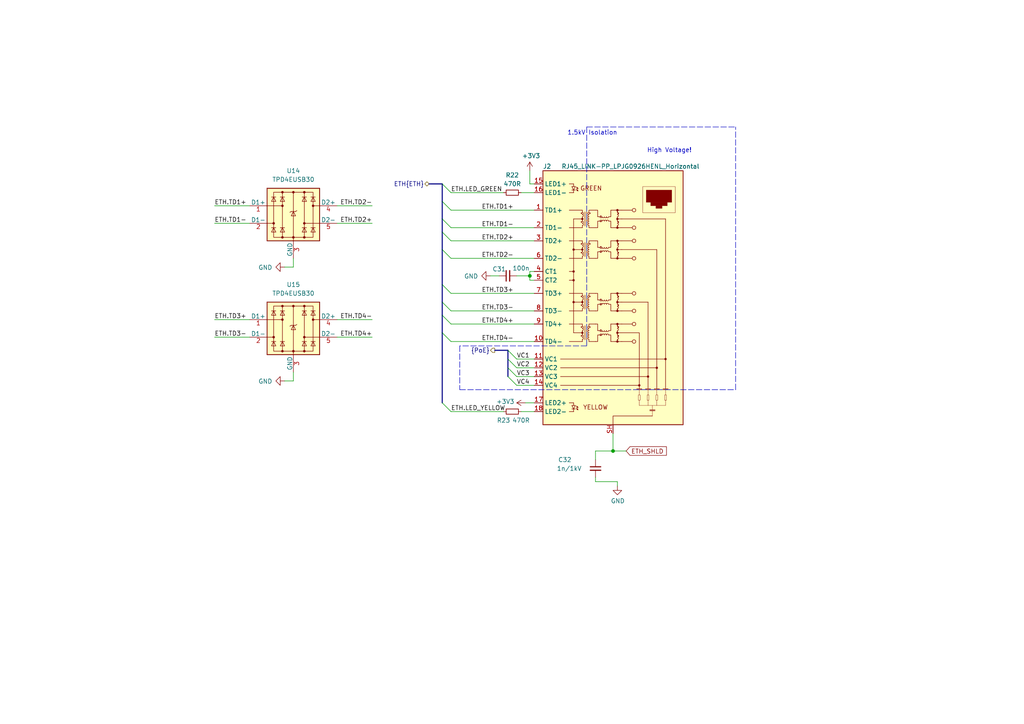
<source format=kicad_sch>
(kicad_sch (version 20230121) (generator eeschema)
  (paper "A4")
  (title_block (title "Ethernet") (date "2022-11-06") (rev "1.3b") (company "Nabu Casa") (comment 1 "www.nabucasa.com") (comment 2 "Yellow"))
  (lib_symbols
    (symbol "Device:C_Small" (pin_numbers hide) (pin_names (offset 0.254) hide)
      (property "Reference" "C" (at 0.254 1.778 0))
      (property "Value" "C_Small" (at 0.254 -2.032 0))
      (symbol "C_Small_0_1"
        (polyline (pts (xy -1.524 -0.508) (xy 1.524 -0.508)) (stroke (width 0.3302)))
        (polyline (pts (xy -1.524 0.508) (xy 1.524 0.508)) (stroke (width 0.3048)))
      )
      (symbol "C_Small_1_1"
        (pin passive line (at 0 2.54 270) (length 2.032) (name "~") (number "1"))
        (pin passive line (at 0 -2.54 90) (length 2.032) (name "~") (number "2"))
      )
    )
    (symbol "Device:R_Small" (pin_numbers hide) (pin_names (offset 0.254) hide)
      (property "Reference" "R" (at 0.762 0.508 0))
      (property "Value" "R_Small" (at 0.762 -1.016 0))
      (symbol "R_Small_0_1"
        (rectangle (start -0.762 1.778) (end 0.762 -1.778) (stroke (width 0.2032)))
      )
      (symbol "R_Small_1_1"
        (pin passive line (at 0 2.54 270) (length 0.762) (name "~") (number "1"))
        (pin passive line (at 0 -2.54 90) (length 0.762) (name "~") (number "2"))
      )
    )
    (symbol "Power_Protection:TPD4EUSB30_1" (pin_names (offset 0))
      (property "Reference" "U" (at -0.635 8.89 0))
      (property "Value" "TPD4EUSB30" (at 8.89 -10.16 0))
      (symbol "TPD4EUSB30_1_0_0"
        (rectangle (start -5.715 6.477) (end 5.715 -6.604))
        (polyline (pts (xy -3.175 -6.604) (xy -3.175 6.477)))
        (polyline (pts (xy 0 6.477) (xy 0 -6.604)))
        (polyline (pts (xy 3.175 6.477) (xy 3.175 -6.604)))
      )
      (symbol "TPD4EUSB30_1_0_1"
        (rectangle (start -7.62 7.62) (end 7.62 -7.62) (stroke (width 0.254)) (fill (type background)))
        (circle (center -5.715 -2.54) (radius 0.2794) (fill (type outline)))
        (circle (center -3.175 -6.604) (radius 0.2794) (fill (type outline)))
        (circle (center -3.175 2.54) (radius 0.2794) (fill (type outline)))
        (circle (center -3.175 6.477) (radius 0.2794) (fill (type outline)))
        (circle (center 0 -6.604) (radius 0.2794) (fill (type outline)))
        (polyline (pts (xy -7.747 2.54) (xy -3.175 2.54)))
        (polyline (pts (xy -7.62 -2.54) (xy -5.715 -2.54)))
        (polyline (pts (xy -5.08 -3.81) (xy -6.35 -3.81)))
        (polyline (pts (xy -5.08 5.08) (xy -6.35 5.08)))
        (polyline (pts (xy -2.54 -3.81) (xy -3.81 -3.81)))
        (polyline (pts (xy -2.54 5.08) (xy -3.81 5.08)))
        (polyline (pts (xy -0.635 0.889) (xy -1.016 0.635)))
        (polyline (pts (xy 0 -6.604) (xy 0 -7.62)))
        (polyline (pts (xy 0.635 0.889) (xy -0.635 0.889)))
        (polyline (pts (xy 0.635 0.889) (xy 1.016 1.143)))
        (polyline (pts (xy 3.81 -3.81) (xy 2.54 -3.81)))
        (polyline (pts (xy 3.81 5.08) (xy 2.54 5.08)))
        (polyline (pts (xy 6.35 -3.81) (xy 5.08 -3.81)))
        (polyline (pts (xy 6.35 5.08) (xy 5.08 5.08)))
        (polyline (pts (xy 7.62 -2.54) (xy 3.175 -2.54)))
        (polyline (pts (xy 7.62 2.54) (xy 5.715 2.54)))
        (polyline (pts (xy -5.08 -5.08) (xy -6.35 -5.08) (xy -5.715 -3.81) (xy -5.08 -5.08)))
        (polyline (pts (xy -5.08 3.81) (xy -6.35 3.81) (xy -5.715 5.08) (xy -5.08 3.81)))
        (polyline (pts (xy -2.54 -5.08) (xy -3.81 -5.08) (xy -3.175 -3.81) (xy -2.54 -5.08)))
        (polyline (pts (xy -2.54 3.81) (xy -3.81 3.81) (xy -3.175 5.08) (xy -2.54 3.81)))
        (polyline (pts (xy 0.635 -0.381) (xy -0.635 -0.381) (xy 0 0.889) (xy 0.635 -0.381)))
        (polyline (pts (xy 3.81 -5.08) (xy 2.54 -5.08) (xy 3.175 -3.81) (xy 3.81 -5.08)))
        (polyline (pts (xy 3.81 3.81) (xy 2.54 3.81) (xy 3.175 5.08) (xy 3.81 3.81)))
        (polyline (pts (xy 6.35 -5.08) (xy 5.08 -5.08) (xy 5.715 -3.81) (xy 6.35 -5.08)))
        (polyline (pts (xy 6.35 3.81) (xy 5.08 3.81) (xy 5.715 5.08) (xy 6.35 3.81)))
        (circle (center 0 6.477) (radius 0.2794) (fill (type outline)))
        (circle (center 3.175 -6.604) (radius 0.2794) (fill (type outline)))
        (circle (center 3.175 -2.54) (radius 0.2794) (fill (type outline)))
        (circle (center 3.175 6.477) (radius 0.2794) (fill (type outline)))
        (circle (center 5.715 2.54) (radius 0.2794) (fill (type outline)))
      )
      (symbol "TPD4EUSB30_1_1_1"
        (pin passive line (at -12.7 2.54 0) (length 5.08) (name "D1+") (number "1"))
        (pin passive line (at -12.7 2.54 0) (length 5.08) hide (name "D1+") (number "10"))
        (pin passive line (at -12.7 -2.54 0) (length 5.08) (name "D1-") (number "2"))
        (pin power_in line (at 0 -12.7 90) (length 5.08) (name "GND") (number "3"))
        (pin passive line (at 12.7 2.54 180) (length 5.08) (name "D2+") (number "4"))
        (pin passive line (at 12.7 -2.54 180) (length 5.08) (name "D2-") (number "5"))
        (pin passive line (at 12.7 -2.54 180) (length 5.08) hide (name "D2-") (number "6"))
        (pin passive line (at 12.7 2.54 180) (length 5.08) hide (name "D2+") (number "7"))
        (pin passive line (at 0 -12.7 90) (length 5.08) hide (name "GND") (number "8"))
        (pin passive line (at -12.7 -2.54 0) (length 5.08) hide (name "D1-") (number "9"))
      )
    )
    (symbol "Yellow:RJ45_LINK-PP_LPJG0926HENL_Horizontal"
      (property "Reference" "J" (at -20.32 38.1 0))
      (property "Value" "RJ45_LINK-PP_LPJG0926HENL_Horizontal" (at 5.08 38.1 0))
      (symbol "RJ45_LINK-PP_LPJG0926HENL_Horizontal_0_0"
        (polyline (pts (xy 7.62 -31.242) (xy 15.24 -31.242)) (stroke (width 0.0005)))
        (polyline (pts (xy 7.62 -29.718) (xy 7.62 -31.242)) (stroke (width 0.0005)))
        (polyline (pts (xy 7.62 -26.67) (xy 7.62 -28.194)) (stroke (width 0.0005)))
        (polyline (pts (xy 10.16 -29.718) (xy 10.16 -31.242)) (stroke (width 0.0005)))
        (polyline (pts (xy 10.16 -26.67) (xy 10.16 -28.194)) (stroke (width 0.0005)))
        (polyline (pts (xy 11.43 -34.29) (xy 11.43 -32.766)) (stroke (width 0.0005)))
        (polyline (pts (xy 11.43 -32.512) (xy 11.43 -31.242)) (stroke (width 0.0005)))
        (polyline (pts (xy 12.7 -29.718) (xy 12.7 -31.242)) (stroke (width 0.0005)))
        (polyline (pts (xy 12.7 -26.67) (xy 12.7 -28.194)) (stroke (width 0.0005)))
        (polyline (pts (xy 15.24 -29.718) (xy 15.24 -31.242)) (stroke (width 0.0005)))
        (polyline (pts (xy 15.24 -26.67) (xy 15.24 -28.194)) (stroke (width 0.0005)))
        (rectangle (start 7.366 -28.194) (end 7.874 -29.718) (stroke (width 0.0005)))
        (rectangle (start 8.636 32.258) (end 18.034 24.638) (stroke (width 0.0005)))
        (rectangle (start 9.652 31.242) (end 17.018 27.686) (stroke (width 0.0005)) (fill (type outline)))
        (rectangle (start 9.906 -28.194) (end 10.414 -29.718) (stroke (width 0.0005)))
        (rectangle (start 10.922 27.686) (end 15.748 26.67) (stroke (width 0.0005)) (fill (type outline)))
        (rectangle (start 12.446 -28.194) (end 12.954 -29.718) (stroke (width 0.0005)))
        (rectangle (start 12.446 26.67) (end 14.224 25.908) (stroke (width 0.0005)) (fill (type outline)))
        (rectangle (start 14.986 -28.194) (end 15.494 -29.718) (stroke (width 0.0005)))
        (text "GREEN" (at -6.35 31.75 0) (effects (font (size 1.27 1.27))))
        (text "YELLOW" (at -5.08 -31.75 0) (effects (font (size 1.27 1.27))))
      )
      (symbol "RJ45_LINK-PP_LPJG0926HENL_Horizontal_0_1"
        (rectangle (start -20.32 36.83) (end 20.32 -36.83) (stroke (width 0.254)) (fill (type background)))
        (circle (center -11.43 -1.27) (radius 0.254) (fill (type outline)))
        (circle (center -11.43 5.08) (radius 0.254) (fill (type outline)))
        (circle (center -11.43 7.62) (radius 0.254) (fill (type outline)))
        (circle (center -11.43 13.97) (radius 0.254) (fill (type outline)))
        (circle (center -9.144 -11.049) (radius 0.127) (fill (type outline)))
        (circle (center -9.144 -8.509) (radius 0.127) (fill (type outline)))
        (circle (center -9.144 -2.159) (radius 0.127) (fill (type outline)))
        (circle (center -9.144 0.381) (radius 0.127) (fill (type outline)))
        (circle (center -9.144 13.081) (radius 0.127) (fill (type outline)))
        (circle (center -9.144 15.621) (radius 0.127) (fill (type outline)))
        (circle (center -9.144 21.971) (radius 0.127) (fill (type outline)))
        (circle (center -9.144 24.511) (radius 0.127) (fill (type outline)))
        (arc (start -8.89 -12.065) (mid -8.5849 -11.7475) (end -8.89 -11.43))
        (arc (start -8.89 -11.43) (mid -8.5849 -11.1125) (end -8.89 -10.795))
        (circle (center -8.89 -10.16) (radius 0.254) (fill (type outline)))
        (arc (start -8.89 -9.525) (mid -8.5849 -9.2075) (end -8.89 -8.89))
        (arc (start -8.89 -8.89) (mid -8.5849 -8.5725) (end -8.89 -8.255))
        (arc (start -8.89 -3.175) (mid -8.5849 -2.8575) (end -8.89 -2.54))
        (arc (start -8.89 -2.54) (mid -8.5849 -2.2225) (end -8.89 -1.905))
        (circle (center -8.89 -1.27) (radius 0.254) (fill (type outline)))
        (arc (start -8.89 -0.635) (mid -8.5849 -0.3175) (end -8.89 0))
        (arc (start -8.89 0) (mid -8.5849 0.3175) (end -8.89 0.635))
        (arc (start -8.89 12.065) (mid -8.5849 12.3825) (end -8.89 12.7))
        (arc (start -8.89 12.7) (mid -8.5849 13.0175) (end -8.89 13.335))
        (circle (center -8.89 13.97) (radius 0.254) (fill (type outline)))
        (arc (start -8.89 14.605) (mid -8.5849 14.9225) (end -8.89 15.24))
        (arc (start -8.89 15.24) (mid -8.5849 15.5575) (end -8.89 15.875))
        (arc (start -8.89 20.955) (mid -8.5849 21.2725) (end -8.89 21.59))
        (arc (start -8.89 21.59) (mid -8.5849 21.9075) (end -8.89 22.225))
        (circle (center -8.89 22.86) (radius 0.254) (fill (type outline)))
        (arc (start -8.89 23.495) (mid -8.5849 23.8125) (end -8.89 24.13))
        (arc (start -8.89 24.13) (mid -8.5849 24.4475) (end -8.89 24.765))
        (arc (start -6.985 -11.43) (mid -7.2901 -11.7475) (end -6.985 -12.065))
        (arc (start -6.985 -10.795) (mid -7.2901 -11.1125) (end -6.985 -11.43))
        (arc (start -6.985 -10.16) (mid -7.2901 -10.4775) (end -6.985 -10.795))
        (arc (start -6.985 -9.525) (mid -7.2901 -9.8425) (end -6.985 -10.16))
        (arc (start -6.985 -8.89) (mid -7.2901 -9.2075) (end -6.985 -9.525))
        (arc (start -6.985 -8.255) (mid -7.2901 -8.5725) (end -6.985 -8.89))
        (arc (start -6.985 -2.54) (mid -7.2901 -2.8575) (end -6.985 -3.175))
        (arc (start -6.985 -1.905) (mid -7.2901 -2.2225) (end -6.985 -2.54))
        (arc (start -6.985 -1.27) (mid -7.2901 -1.5875) (end -6.985 -1.905))
        (arc (start -6.985 -0.635) (mid -7.2901 -0.9525) (end -6.985 -1.27))
        (arc (start -6.985 0) (mid -7.2901 -0.3175) (end -6.985 -0.635))
        (arc (start -6.985 0.635) (mid -7.2901 0.3175) (end -6.985 0))
        (arc (start -6.985 12.7) (mid -7.2901 12.3825) (end -6.985 12.065))
        (arc (start -6.985 13.335) (mid -7.2901 13.0175) (end -6.985 12.7))
        (arc (start -6.985 13.97) (mid -7.2901 13.6525) (end -6.985 13.335))
        (arc (start -6.985 14.605) (mid -7.2901 14.2875) (end -6.985 13.97))
        (arc (start -6.985 15.24) (mid -7.2901 14.9225) (end -6.985 14.605))
        (arc (start -6.985 15.875) (mid -7.2901 15.5575) (end -6.985 15.24))
        (arc (start -6.985 21.59) (mid -7.2901 21.2725) (end -6.985 20.955))
        (arc (start -6.985 22.225) (mid -7.2901 21.9075) (end -6.985 21.59))
        (arc (start -6.985 22.86) (mid -7.2901 22.5425) (end -6.985 22.225))
        (arc (start -6.985 23.495) (mid -7.2901 23.1775) (end -6.985 22.86))
        (arc (start -6.985 24.13) (mid -7.2901 23.8125) (end -6.985 23.495))
        (arc (start -6.985 24.765) (mid -7.2901 24.4475) (end -6.985 24.13))
        (circle (center -6.731 -8.509) (radius 0.127) (fill (type outline)))
        (circle (center -6.731 0.381) (radius 0.127) (fill (type outline)))
        (circle (center -6.731 15.621) (radius 0.127) (fill (type outline)))
        (circle (center -6.731 24.511) (radius 0.127) (fill (type outline)))
        (arc (start -3.81 -9.525) (mid -3.4925 -9.8301) (end -3.175 -9.525))
        (arc (start -3.81 -0.635) (mid -3.4925 -0.9401) (end -3.175 -0.635))
        (arc (start -3.81 14.605) (mid -3.4925 14.2999) (end -3.175 14.605))
        (arc (start -3.81 23.495) (mid -3.4925 23.1899) (end -3.175 23.495))
        (circle (center -3.5306 -10.8966) (radius 0.127) (fill (type outline)))
        (circle (center -3.5306 -9.3726) (radius 0.127) (fill (type outline)))
        (circle (center -3.5306 -2.0066) (radius 0.127) (fill (type outline)))
        (circle (center -3.5306 -0.4826) (radius 0.127) (fill (type outline)))
        (circle (center -3.5306 13.2334) (radius 0.127) (fill (type outline)))
        (circle (center -3.5306 14.7574) (radius 0.127) (fill (type outline)))
        (circle (center -3.5306 22.1234) (radius 0.127) (fill (type outline)))
        (circle (center -3.5306 23.6474) (radius 0.127) (fill (type outline)))
        (arc (start -3.175 -10.795) (mid -3.4925 -10.4899) (end -3.81 -10.795))
        (arc (start -3.175 -9.525) (mid -2.8575 -9.8301) (end -2.54 -9.525))
        (arc (start -3.175 -1.905) (mid -3.4925 -1.5999) (end -3.81 -1.905))
        (arc (start -3.175 -0.635) (mid -2.8575 -0.9401) (end -2.54 -0.635))
        (arc (start -3.175 13.335) (mid -3.4925 13.6401) (end -3.81 13.335))
        (arc (start -3.175 14.605) (mid -2.8575 14.2999) (end -2.54 14.605))
        (arc (start -3.175 22.225) (mid -3.4925 22.5301) (end -3.81 22.225))
        (arc (start -3.175 23.495) (mid -2.8575 23.1899) (end -2.54 23.495))
        (arc (start -2.54 -10.795) (mid -2.8575 -10.4899) (end -3.175 -10.795))
        (arc (start -2.54 -9.525) (mid -2.2225 -9.8301) (end -1.905 -9.525))
        (arc (start -2.54 -1.905) (mid -2.8575 -1.5999) (end -3.175 -1.905))
        (arc (start -2.54 -0.635) (mid -2.2225 -0.9401) (end -1.905 -0.635))
        (arc (start -2.54 13.335) (mid -2.8575 13.6401) (end -3.175 13.335))
        (arc (start -2.54 14.605) (mid -2.2225 14.2999) (end -1.905 14.605))
        (arc (start -2.54 22.225) (mid -2.8575 22.5301) (end -3.175 22.225))
        (arc (start -2.54 23.495) (mid -2.2225 23.1899) (end -1.905 23.495))
        (arc (start -1.905 -10.795) (mid -2.2225 -10.4899) (end -2.54 -10.795))
        (arc (start -1.905 -9.525) (mid -1.5875 -9.8301) (end -1.27 -9.525))
        (arc (start -1.905 -1.905) (mid -2.2225 -1.5999) (end -2.54 -1.905))
        (arc (start -1.905 -0.635) (mid -1.5875 -0.9401) (end -1.27 -0.635))
        (arc (start -1.905 13.335) (mid -2.2225 13.6401) (end -2.54 13.335))
        (arc (start -1.905 14.605) (mid -1.5875 14.2999) (end -1.27 14.605))
        (arc (start -1.905 22.225) (mid -2.2225 22.5301) (end -2.54 22.225))
        (arc (start -1.905 23.495) (mid -1.5875 23.1899) (end -1.27 23.495))
        (arc (start -1.27 -10.795) (mid -1.5875 -10.4899) (end -1.905 -10.795))
        (arc (start -1.27 -1.905) (mid -1.5875 -1.5999) (end -1.905 -1.905))
        (arc (start -1.27 13.335) (mid -1.5875 13.6401) (end -1.905 13.335))
        (arc (start -1.27 22.225) (mid -1.5875 22.5301) (end -1.905 22.225))
        (polyline (pts (xy -15.24 -25.4) (xy 7.62 -25.4)))
        (polyline (pts (xy -15.24 -22.86) (xy 10.16 -22.86)))
        (polyline (pts (xy -15.24 -20.32) (xy 12.7 -20.32)))
        (polyline (pts (xy -15.24 -17.78) (xy 15.24 -17.78)))
        (polyline (pts (xy -12.7 -12.7) (xy -8.89 -12.7)))
        (polyline (pts (xy -12.7 -7.62) (xy -8.89 -7.62)))
        (polyline (pts (xy -12.7 -3.81) (xy -8.89 -3.81)))
        (polyline (pts (xy -12.7 1.27) (xy -8.89 1.27)))
        (polyline (pts (xy -12.7 5.08) (xy -11.43 5.08)))
        (polyline (pts (xy -12.7 7.62) (xy -11.43 7.62)))
        (polyline (pts (xy -12.7 11.43) (xy -8.89 11.43)))
        (polyline (pts (xy -12.7 16.51) (xy -8.89 16.51)))
        (polyline (pts (xy -12.7 20.32) (xy -8.89 20.32)))
        (polyline (pts (xy -12.7 25.4) (xy -8.89 25.4)))
        (polyline (pts (xy -11.43 -10.16) (xy -11.43 22.86)))
        (polyline (pts (xy -11.43 -10.16) (xy -8.89 -10.16)))
        (polyline (pts (xy -11.43 -1.27) (xy -8.89 -1.27)))
        (polyline (pts (xy -11.43 13.97) (xy -8.89 13.97)))
        (polyline (pts (xy -11.43 22.86) (xy -8.89 22.86)))
        (polyline (pts (xy -8.89 -12.7) (xy -8.89 -12.065)))
        (polyline (pts (xy -8.89 -10.16) (xy -8.89 -10.795)))
        (polyline (pts (xy -8.89 -10.16) (xy -8.89 -9.525)))
        (polyline (pts (xy -8.89 -7.62) (xy -8.89 -8.255)))
        (polyline (pts (xy -8.89 -3.81) (xy -8.89 -3.175)))
        (polyline (pts (xy -8.89 -1.27) (xy -8.89 -1.905)))
        (polyline (pts (xy -8.89 -1.27) (xy -8.89 -0.635)))
        (polyline (pts (xy -8.89 1.27) (xy -8.89 0.635)))
        (polyline (pts (xy -8.89 11.43) (xy -8.89 12.065)))
        (polyline (pts (xy -8.89 13.97) (xy -8.89 13.335)))
        (polyline (pts (xy -8.89 13.97) (xy -8.89 14.605)))
        (polyline (pts (xy -8.89 16.51) (xy -8.89 15.875)))
        (polyline (pts (xy -8.89 20.32) (xy -8.89 20.955)))
        (polyline (pts (xy -8.89 22.86) (xy -8.89 22.225)))
        (polyline (pts (xy -8.89 22.86) (xy -8.89 23.495)))
        (polyline (pts (xy -8.89 25.4) (xy -8.89 24.765)))
        (polyline (pts (xy -8.128 -12.192) (xy -8.128 -8.128)))
        (polyline (pts (xy -8.128 -3.302) (xy -8.128 0.762)))
        (polyline (pts (xy -8.128 11.938) (xy -8.128 16.002)))
        (polyline (pts (xy -8.128 20.828) (xy -8.128 24.892)))
        (polyline (pts (xy -7.62 -12.192) (xy -7.62 -8.128)))
        (polyline (pts (xy -7.62 -3.302) (xy -7.62 0.762)))
        (polyline (pts (xy -7.62 11.938) (xy -7.62 16.002)))
        (polyline (pts (xy -7.62 20.828) (xy -7.62 24.892)))
        (polyline (pts (xy -4.445 -9.525) (xy -3.81 -9.525)))
        (polyline (pts (xy -4.445 -0.635) (xy -3.81 -0.635)))
        (polyline (pts (xy -4.445 14.605) (xy -3.81 14.605)))
        (polyline (pts (xy -4.445 23.495) (xy -3.81 23.495)))
        (polyline (pts (xy -0.635 -12.7) (xy 0.635 -12.7)))
        (polyline (pts (xy -0.635 -7.62) (xy 0.635 -7.62)))
        (polyline (pts (xy -0.635 -3.81) (xy 0.635 -3.81)))
        (polyline (pts (xy -0.635 1.27) (xy 0.635 1.27)))
        (polyline (pts (xy -0.635 11.43) (xy 0.635 11.43)))
        (polyline (pts (xy -0.635 16.51) (xy 0.635 16.51)))
        (polyline (pts (xy -0.635 20.32) (xy 0.635 20.32)))
        (polyline (pts (xy -0.635 25.4) (xy 0.635 25.4)))
        (polyline (pts (xy 1.27 -12.7) (xy 1.27 -12.065)))
        (polyline (pts (xy 1.27 -10.16) (xy 1.27 -10.795)))
        (polyline (pts (xy 1.27 -10.16) (xy 1.27 -9.525)))
        (polyline (pts (xy 1.27 -7.62) (xy 1.27 -8.255)))
        (polyline (pts (xy 1.27 -3.81) (xy 1.27 -3.175)))
        (polyline (pts (xy 1.27 -1.27) (xy 1.27 -1.905)))
        (polyline (pts (xy 1.27 -1.27) (xy 1.27 -0.635)))
        (polyline (pts (xy 1.27 1.27) (xy 1.27 0.635)))
        (polyline (pts (xy 1.27 11.43) (xy 1.27 12.065)))
        (polyline (pts (xy 1.27 13.97) (xy 1.27 13.335)))
        (polyline (pts (xy 1.27 13.97) (xy 1.27 14.605)))
        (polyline (pts (xy 1.27 16.51) (xy 1.27 15.875)))
        (polyline (pts (xy 1.27 20.32) (xy 1.27 20.955)))
        (polyline (pts (xy 1.27 22.86) (xy 1.27 22.225)))
        (polyline (pts (xy 1.27 22.86) (xy 1.27 23.495)))
        (polyline (pts (xy 1.27 25.4) (xy 1.27 24.765)))
        (polyline (pts (xy 2.54 -12.7) (xy 1.27 -12.7)))
        (polyline (pts (xy 2.54 -12.7) (xy 5.588 -12.7)))
        (polyline (pts (xy 2.54 -10.16) (xy 1.27 -10.16)))
        (polyline (pts (xy 2.54 -10.16) (xy 7.62 -10.16)))
        (polyline (pts (xy 2.54 -7.62) (xy 1.27 -7.62)))
        (polyline (pts (xy 2.54 -7.62) (xy 5.588 -7.62)))
        (polyline (pts (xy 2.54 -3.81) (xy 1.27 -3.81)))
        (polyline (pts (xy 2.54 -3.81) (xy 5.588 -3.81)))
        (polyline (pts (xy 2.54 -1.27) (xy 1.27 -1.27)))
        (polyline (pts (xy 2.54 -1.27) (xy 10.16 -1.27)))
        (polyline (pts (xy 2.54 1.27) (xy 1.27 1.27)))
        (polyline (pts (xy 2.54 1.27) (xy 5.588 1.27)))
        (polyline (pts (xy 2.54 11.43) (xy 1.27 11.43)))
        (polyline (pts (xy 2.54 11.43) (xy 5.588 11.43)))
        (polyline (pts (xy 2.54 13.97) (xy 1.27 13.97)))
        (polyline (pts (xy 2.54 13.97) (xy 12.7 13.97)))
        (polyline (pts (xy 2.54 16.51) (xy 1.27 16.51)))
        (polyline (pts (xy 2.54 16.51) (xy 5.588 16.51)))
        (polyline (pts (xy 2.54 20.32) (xy 1.27 20.32)))
        (polyline (pts (xy 2.54 20.32) (xy 5.588 20.32)))
        (polyline (pts (xy 2.54 22.86) (xy 1.27 22.86)))
        (polyline (pts (xy 2.54 25.4) (xy 1.27 25.4)))
        (polyline (pts (xy 2.54 25.4) (xy 5.588 25.4)))
        (polyline (pts (xy 7.62 -26.416) (xy 7.62 -10.16)))
        (polyline (pts (xy 8.382 -26.67) (xy 6.858 -26.67)))
        (polyline (pts (xy 8.382 -26.416) (xy 6.858 -26.416)))
        (polyline (pts (xy 10.16 -26.416) (xy 10.16 -1.27)))
        (polyline (pts (xy 10.922 -26.67) (xy 9.398 -26.67)))
        (polyline (pts (xy 10.922 -26.416) (xy 9.398 -26.416)))
        (polyline (pts (xy 12.192 -32.766) (xy 10.668 -32.766)))
        (polyline (pts (xy 12.192 -32.512) (xy 10.668 -32.512)))
        (polyline (pts (xy 12.7 -26.416) (xy 12.7 13.97)))
        (polyline (pts (xy 13.462 -26.67) (xy 11.938 -26.67)))
        (polyline (pts (xy 13.462 -26.416) (xy 11.938 -26.416)))
        (polyline (pts (xy 15.24 -26.416) (xy 15.24 22.86)))
        (polyline (pts (xy 15.24 22.86) (xy 2.54 22.86)))
        (polyline (pts (xy 16.002 -26.67) (xy 14.478 -26.67)))
        (polyline (pts (xy 16.002 -26.416) (xy 14.478 -26.416)))
        (polyline (pts (xy -6.985 -12.065) (xy -6.985 -12.7) (xy -5.08 -12.7)))
        (polyline (pts (xy -6.985 -8.255) (xy -6.985 -7.62) (xy -5.08 -7.62)))
        (polyline (pts (xy -6.985 -3.175) (xy -6.985 -3.81) (xy -5.08 -3.81)))
        (polyline (pts (xy -6.985 0.635) (xy -6.985 1.27) (xy -5.08 1.27)))
        (polyline (pts (xy -6.985 12.065) (xy -6.985 11.43) (xy -5.08 11.43)))
        (polyline (pts (xy -6.985 15.875) (xy -6.985 16.51) (xy -5.08 16.51)))
        (polyline (pts (xy -6.985 20.955) (xy -6.985 20.32) (xy -5.08 20.32)))
        (polyline (pts (xy -6.985 24.765) (xy -6.985 25.4) (xy -5.08 25.4)))
        (polyline (pts (xy -5.08 -7.62) (xy -4.445 -7.62) (xy -4.445 -9.525)))
        (polyline (pts (xy -5.08 1.27) (xy -4.445 1.27) (xy -4.445 -0.635)))
        (polyline (pts (xy -5.08 16.51) (xy -4.445 16.51) (xy -4.445 14.605)))
        (polyline (pts (xy -5.08 25.4) (xy -4.445 25.4) (xy -4.445 23.495)))
        (polyline (pts (xy -1.27 -10.795) (xy -0.635 -10.795) (xy -0.635 -12.7)))
        (polyline (pts (xy -1.27 -9.525) (xy -0.635 -9.525) (xy -0.635 -7.62)))
        (polyline (pts (xy -1.27 -1.905) (xy -0.635 -1.905) (xy -0.635 -3.81)))
        (polyline (pts (xy -1.27 -0.635) (xy -0.635 -0.635) (xy -0.635 1.27)))
        (polyline (pts (xy -1.27 13.335) (xy -0.635 13.335) (xy -0.635 11.43)))
        (polyline (pts (xy -1.27 14.605) (xy -0.635 14.605) (xy -0.635 16.51)))
        (polyline (pts (xy -1.27 22.225) (xy -0.635 22.225) (xy -0.635 20.32)))
        (polyline (pts (xy -1.27 23.495) (xy -0.635 23.495) (xy -0.635 25.4)))
        (polyline (pts (xy 0.635 -12.7) (xy 1.27 -12.7) (xy 1.27 -12.065)))
        (polyline (pts (xy 0.635 -7.62) (xy 1.27 -7.62) (xy 1.27 -8.255)))
        (polyline (pts (xy 0.635 -3.81) (xy 1.27 -3.81) (xy 1.27 -3.175)))
        (polyline (pts (xy 0.635 1.27) (xy 1.27 1.27) (xy 1.27 0.635)))
        (polyline (pts (xy 0.635 11.43) (xy 1.27 11.43) (xy 1.27 12.065)))
        (polyline (pts (xy 0.635 16.51) (xy 1.27 16.51) (xy 1.27 15.875)))
        (polyline (pts (xy 0.635 20.32) (xy 1.27 20.32) (xy 1.27 20.955)))
        (polyline (pts (xy 0.635 25.4) (xy 1.27 25.4) (xy 1.27 24.765)))
        (polyline (pts (xy 11.43 -34.29) (xy 0 -34.29) (xy 0 -36.83)))
        (polyline (pts (xy -5.08 -12.7) (xy -4.445 -12.7) (xy -4.445 -10.795) (xy -3.81 -10.795)))
        (polyline (pts (xy -5.08 -3.81) (xy -4.445 -3.81) (xy -4.445 -1.905) (xy -3.81 -1.905)))
        (polyline (pts (xy -5.08 11.43) (xy -4.445 11.43) (xy -4.445 13.335) (xy -3.81 13.335)))
        (polyline (pts (xy -5.08 20.32) (xy -4.445 20.32) (xy -4.445 22.225) (xy -3.81 22.225)))
        (circle (center 1.27 -12.7) (radius 0.254) (fill (type outline)))
        (arc (start 1.27 -12.065) (mid 1.5751 -11.7475) (end 1.27 -11.43))
        (arc (start 1.27 -11.43) (mid 1.5751 -11.1125) (end 1.27 -10.795))
        (circle (center 1.27 -10.16) (radius 0.254) (fill (type outline)))
        (arc (start 1.27 -9.525) (mid 1.5751 -9.2075) (end 1.27 -8.89))
        (arc (start 1.27 -8.89) (mid 1.5751 -8.5725) (end 1.27 -8.255))
        (circle (center 1.27 -7.62) (radius 0.254) (fill (type outline)))
        (circle (center 1.27 -3.81) (radius 0.254) (fill (type outline)))
        (arc (start 1.27 -3.175) (mid 1.5751 -2.8575) (end 1.27 -2.54))
        (arc (start 1.27 -2.54) (mid 1.5751 -2.2225) (end 1.27 -1.905))
        (circle (center 1.27 -1.27) (radius 0.254) (fill (type outline)))
        (arc (start 1.27 -0.635) (mid 1.5751 -0.3175) (end 1.27 0))
        (arc (start 1.27 0) (mid 1.5751 0.3175) (end 1.27 0.635))
        (circle (center 1.27 1.27) (radius 0.254) (fill (type outline)))
        (circle (center 1.27 11.43) (radius 0.254) (fill (type outline)))
        (arc (start 1.27 12.065) (mid 1.5751 12.3825) (end 1.27 12.7))
        (arc (start 1.27 12.7) (mid 1.5751 13.0175) (end 1.27 13.335))
        (circle (center 1.27 13.97) (radius 0.254) (fill (type outline)))
        (arc (start 1.27 14.605) (mid 1.5751 14.9225) (end 1.27 15.24))
        (arc (start 1.27 15.24) (mid 1.5751 15.5575) (end 1.27 15.875))
        (circle (center 1.27 16.51) (radius 0.254) (fill (type outline)))
        (circle (center 1.27 20.32) (radius 0.254) (fill (type outline)))
        (arc (start 1.27 20.955) (mid 1.5751 21.2725) (end 1.27 21.59))
        (arc (start 1.27 21.59) (mid 1.5751 21.9075) (end 1.27 22.225))
        (circle (center 1.27 22.86) (radius 0.254) (fill (type outline)))
        (arc (start 1.27 23.495) (mid 1.5751 23.8125) (end 1.27 24.13))
        (arc (start 1.27 24.13) (mid 1.5751 24.4475) (end 1.27 24.765))
        (circle (center 1.27 25.4) (radius 0.254) (fill (type outline)))
        (circle (center 1.524 -11.049) (radius 0.127) (fill (type outline)))
        (circle (center 1.524 -8.509) (radius 0.127) (fill (type outline)))
        (circle (center 1.524 -2.159) (radius 0.127) (fill (type outline)))
        (circle (center 1.524 0.381) (radius 0.127) (fill (type outline)))
        (circle (center 1.524 13.081) (radius 0.127) (fill (type outline)))
        (circle (center 1.524 15.621) (radius 0.127) (fill (type outline)))
        (circle (center 1.524 21.971) (radius 0.127) (fill (type outline)))
        (circle (center 1.524 24.511) (radius 0.127) (fill (type outline)))
        (circle (center 6.096 -12.7) (radius 0.508))
        (circle (center 6.096 -7.62) (radius 0.508))
        (circle (center 6.096 -3.81) (radius 0.508))
        (circle (center 6.096 1.27) (radius 0.508))
        (circle (center 6.096 11.43) (radius 0.508))
        (circle (center 6.096 16.51) (radius 0.508))
        (circle (center 6.096 20.32) (radius 0.508))
        (circle (center 6.096 25.4) (radius 0.508))
        (circle (center 7.62 -25.4) (radius 0.254) (fill (type outline)))
        (circle (center 10.16 -22.86) (radius 0.254) (fill (type outline)))
        (circle (center 12.7 -20.32) (radius 0.254) (fill (type outline)))
        (circle (center 15.24 -17.78) (radius 0.254) (fill (type outline)))
      )
      (symbol "RJ45_LINK-PP_LPJG0926HENL_Horizontal_1_1"
        (polyline (pts (xy -12.7 -33.02) (xy -11.43 -33.02)))
        (polyline (pts (xy -12.7 -30.48) (xy -11.43 -30.48)))
        (polyline (pts (xy -12.7 30.48) (xy -11.43 30.48)))
        (polyline (pts (xy -12.7 33.02) (xy -11.43 33.02)))
        (polyline (pts (xy -11.938 -32.258) (xy -10.922 -32.258)))
        (polyline (pts (xy -11.938 31.242) (xy -10.922 31.242)))
        (polyline (pts (xy -11.43 -33.02) (xy -11.43 -32.258)))
        (polyline (pts (xy -11.43 -30.48) (xy -11.43 -31.242)))
        (polyline (pts (xy -11.43 30.48) (xy -11.43 31.242)))
        (polyline (pts (xy -11.43 33.02) (xy -11.43 32.258)))
        (polyline (pts (xy -10.16 -32.512) (xy -10.287 -32.131)))
        (polyline (pts (xy -10.16 -31.877) (xy -10.287 -31.496)))
        (polyline (pts (xy -10.16 30.988) (xy -10.287 31.369)))
        (polyline (pts (xy -10.16 31.623) (xy -10.287 32.004)))
        (polyline (pts (xy -10.668 -32.004) (xy -10.16 -32.512) (xy -10.541 -32.385)))
        (polyline (pts (xy -10.668 -31.369) (xy -10.16 -31.877) (xy -10.541 -31.75)))
        (polyline (pts (xy -10.668 31.496) (xy -10.16 30.988) (xy -10.541 31.115)))
        (polyline (pts (xy -10.668 32.131) (xy -10.16 31.623) (xy -10.541 31.75)))
        (polyline (pts (xy -11.43 -32.258) (xy -11.938 -31.242) (xy -10.922 -31.242) (xy -11.43 -32.258)))
        (polyline (pts (xy -11.43 31.242) (xy -11.938 32.258) (xy -10.922 32.258) (xy -11.43 31.242)))
        (pin passive line (at -22.86 25.4 0) (length 2.54) (name "TD1+") (number "1"))
        (pin passive line (at -22.86 -12.7 0) (length 2.54) (name "TD4-") (number "10"))
        (pin passive line (at -22.86 -17.78 0) (length 2.54) (name "VC1") (number "11"))
        (pin passive line (at -22.86 -20.32 0) (length 2.54) (name "VC2") (number "12"))
        (pin passive line (at -22.86 -22.86 0) (length 2.54) (name "VC3") (number "13"))
        (pin passive line (at -22.86 -25.4 0) (length 2.54) (name "VC4") (number "14"))
        (pin passive line (at -22.86 33.02 0) (length 2.54) (name "LED1+") (number "15"))
        (pin passive line (at -22.86 30.48 0) (length 2.54) (name "LED1-") (number "16"))
        (pin passive line (at -22.86 -30.48 0) (length 2.54) (name "LED2+") (number "17"))
        (pin passive line (at -22.86 -33.02 0) (length 2.54) (name "LED2-") (number "18"))
        (pin passive line (at -22.86 20.32 0) (length 2.54) (name "TD1-") (number "2"))
        (pin passive line (at -22.86 16.51 0) (length 2.54) (name "TD2+") (number "3"))
        (pin passive line (at -22.86 7.62 0) (length 2.54) (name "CT1") (number "4"))
        (pin passive line (at -22.86 5.08 0) (length 2.54) (name "CT2") (number "5"))
        (pin passive line (at -22.86 11.43 0) (length 2.54) (name "TD2-") (number "6"))
        (pin passive line (at -22.86 1.27 0) (length 2.54) (name "TD3+") (number "7"))
        (pin passive line (at -22.86 -3.81 0) (length 2.54) (name "TD3-") (number "8"))
        (pin passive line (at -22.86 -7.62 0) (length 2.54) (name "TD4+") (number "9"))
        (pin passive line (at 0 -39.37 90) (length 2.54) (name "~") (number "SH"))
      )
    )
    (symbol "Yellow:TPD4EUSB30" (pin_names (offset 0))
      (property "Reference" "U" (at -0.635 8.89 0))
      (property "Value" "TPD4EUSB30" (at 8.89 -10.16 0))
      (symbol "TPD4EUSB30_0_0"
        (rectangle (start -5.715 6.477) (end 5.715 -6.604))
        (polyline (pts (xy -3.175 -6.604) (xy -3.175 6.477)))
        (polyline (pts (xy 0 6.477) (xy 0 -6.604)))
        (polyline (pts (xy 3.175 6.477) (xy 3.175 -6.604)))
      )
      (symbol "TPD4EUSB30_0_1"
        (rectangle (start -7.62 7.62) (end 7.62 -7.62) (stroke (width 0.254)) (fill (type background)))
        (circle (center -5.715 -2.54) (radius 0.2794) (fill (type outline)))
        (circle (center -3.175 -6.604) (radius 0.2794) (fill (type outline)))
        (circle (center -3.175 2.54) (radius 0.2794) (fill (type outline)))
        (circle (center -3.175 6.477) (radius 0.2794) (fill (type outline)))
        (circle (center 0 -6.604) (radius 0.2794) (fill (type outline)))
        (polyline (pts (xy -7.747 2.54) (xy -3.175 2.54)))
        (polyline (pts (xy -7.62 -2.54) (xy -5.715 -2.54)))
        (polyline (pts (xy -5.08 -3.81) (xy -6.35 -3.81)))
        (polyline (pts (xy -5.08 5.08) (xy -6.35 5.08)))
        (polyline (pts (xy -2.54 -3.81) (xy -3.81 -3.81)))
        (polyline (pts (xy -2.54 5.08) (xy -3.81 5.08)))
        (polyline (pts (xy -0.635 0.889) (xy -1.016 0.635)))
        (polyline (pts (xy 0 -6.604) (xy 0 -7.62)))
        (polyline (pts (xy 0.635 0.889) (xy -0.635 0.889)))
        (polyline (pts (xy 0.635 0.889) (xy 1.016 1.143)))
        (polyline (pts (xy 3.81 -3.81) (xy 2.54 -3.81)))
        (polyline (pts (xy 3.81 5.08) (xy 2.54 5.08)))
        (polyline (pts (xy 6.35 -3.81) (xy 5.08 -3.81)))
        (polyline (pts (xy 6.35 5.08) (xy 5.08 5.08)))
        (polyline (pts (xy 7.62 -2.54) (xy 3.175 -2.54)))
        (polyline (pts (xy 7.62 2.54) (xy 5.715 2.54)))
        (polyline (pts (xy -5.08 -5.08) (xy -6.35 -5.08) (xy -5.715 -3.81) (xy -5.08 -5.08)))
        (polyline (pts (xy -5.08 3.81) (xy -6.35 3.81) (xy -5.715 5.08) (xy -5.08 3.81)))
        (polyline (pts (xy -2.54 -5.08) (xy -3.81 -5.08) (xy -3.175 -3.81) (xy -2.54 -5.08)))
        (polyline (pts (xy -2.54 3.81) (xy -3.81 3.81) (xy -3.175 5.08) (xy -2.54 3.81)))
        (polyline (pts (xy 0.635 -0.381) (xy -0.635 -0.381) (xy 0 0.889) (xy 0.635 -0.381)))
        (polyline (pts (xy 3.81 -5.08) (xy 2.54 -5.08) (xy 3.175 -3.81) (xy 3.81 -5.08)))
        (polyline (pts (xy 3.81 3.81) (xy 2.54 3.81) (xy 3.175 5.08) (xy 3.81 3.81)))
        (polyline (pts (xy 6.35 -5.08) (xy 5.08 -5.08) (xy 5.715 -3.81) (xy 6.35 -5.08)))
        (polyline (pts (xy 6.35 3.81) (xy 5.08 3.81) (xy 5.715 5.08) (xy 6.35 3.81)))
        (circle (center 0 6.477) (radius 0.2794) (fill (type outline)))
        (circle (center 3.175 -6.604) (radius 0.2794) (fill (type outline)))
        (circle (center 3.175 -2.54) (radius 0.2794) (fill (type outline)))
        (circle (center 3.175 6.477) (radius 0.2794) (fill (type outline)))
        (circle (center 5.715 2.54) (radius 0.2794) (fill (type outline)))
      )
      (symbol "TPD4EUSB30_1_1"
        (pin passive line (at -12.7 2.54 0) (length 5.08) (name "D1+") (number "1"))
        (pin passive line (at -12.7 2.54 0) (length 5.08) hide (name "D1+") (number "10"))
        (pin passive line (at -12.7 -2.54 0) (length 5.08) (name "D1-") (number "2"))
        (pin power_in line (at 0 -12.7 90) (length 5.08) (name "GND") (number "3"))
        (pin passive line (at 12.7 2.54 180) (length 5.08) (name "D2+") (number "4"))
        (pin passive line (at 12.7 -2.54 180) (length 5.08) (name "D2-") (number "5"))
        (pin passive line (at 12.7 -2.54 180) (length 5.08) hide (name "D2-") (number "6"))
        (pin passive line (at 12.7 2.54 180) (length 5.08) hide (name "D2+") (number "7"))
        (pin passive line (at 0 -12.7 90) (length 5.08) hide (name "GND") (number "8"))
        (pin passive line (at -12.7 -2.54 0) (length 5.08) hide (name "D1-") (number "9"))
      )
    )
    (symbol "power:+3V3" (power) (pin_names (offset 0))
      (property "Value" "+3V3" (at 0 3.556 0))
      (symbol "+3V3_0_1"
        (polyline (pts (xy -0.762 1.27) (xy 0 2.54)))
        (polyline (pts (xy 0 0) (xy 0 2.54)))
        (polyline (pts (xy 0 2.54) (xy 0.762 1.27)))
      )
      (symbol "+3V3_1_1"
        (pin power_in line (at 0 0 90) (length 0) hide (name "+3V3") (number "1"))
      )
    )
    (symbol "power:GND" (power) (pin_names (offset 0))
      (property "Value" "GND" (at 0 -3.81 0))
      (symbol "GND_0_1"
        (polyline (pts (xy 0 0) (xy 0 -1.27) (xy 1.27 -1.27) (xy 0 -2.54) (xy -1.27 -1.27) (xy 0 -1.27)))
      )
      (symbol "GND_1_1"
        (pin power_in line (at 0 0 270) (length 0) hide (name "GND") (number "1"))
      )
    )
  )
  (bus_alias "PoE" (members "VC1" "VC2" "VC3" "VC4"))
  (bus_alias "ETH" (members "TD1+" "TD1-" "TD2+" "TD2-" "TD3+" "TD3-" "TD4+" "TD4-" "LED_YELLOW" "LED_GREEN"))
  (junction (at 177.8 130.81))
  (junction (at 153.67 80.01) (diameter 0.9144))
  (bus_entry (at 128.27 58.42) (size 2.54 2.54) (stroke (width 0.1524)))
  (bus_entry (at 128.27 53.34) (size 2.54 2.54) (stroke (width 0.1524)))
  (bus_entry (at 149.86 111.76) (size -2.54 -2.54) (stroke (width 0.1524)))
  (bus_entry (at 128.27 82.55) (size 2.54 2.54) (stroke (width 0.1524)))
  (bus_entry (at 128.27 67.31) (size 2.54 2.54) (stroke (width 0.1524)))
  (bus_entry (at 128.27 63.5) (size 2.54 2.54) (stroke (width 0.1524)))
  (bus_entry (at 149.86 109.22) (size -2.54 -2.54) (stroke (width 0.1524)))
  (bus_entry (at 128.27 72.39) (size 2.54 2.54) (stroke (width 0.1524)))
  (bus_entry (at 149.86 106.68) (size -2.54 -2.54) (stroke (width 0.1524)))
  (bus_entry (at 128.27 91.44) (size 2.54 2.54) (stroke (width 0.1524)))
  (bus_entry (at 128.27 116.84) (size 2.54 2.54) (stroke (width 0.1524)))
  (bus_entry (at 128.27 96.52) (size 2.54 2.54) (stroke (width 0.1524)))
  (bus_entry (at 128.27 87.63) (size 2.54 2.54) (stroke (width 0.1524)))
  (bus_entry (at 149.86 104.14) (size -2.54 -2.54) (stroke (width 0.1524)))
  (polyline (pts (xy 170.18 36.83) (xy 170.18 100.33)) (stroke (width 0) (type dash)))
  (bus (pts (xy 147.32 101.6) (xy 147.32 104.14)))
  (bus (pts (xy 147.32 104.14) (xy 147.32 106.68)))
  (bus (pts (xy 147.32 106.68) (xy 147.32 109.22)))
  (wire (pts (xy 62.23 64.77) (xy 72.39 64.77)))
  (wire (pts (xy 130.81 69.85) (xy 154.94 69.85)))
  (wire (pts (xy 152.4 116.84) (xy 154.94 116.84)))
  (wire (pts (xy 85.09 77.47) (xy 82.55 77.47)))
  (wire (pts (xy 97.79 92.71) (xy 107.95 92.71)))
  (wire (pts (xy 149.86 109.22) (xy 154.94 109.22)))
  (wire (pts (xy 153.67 53.34) (xy 153.67 49.53)))
  (wire (pts (xy 62.23 59.69) (xy 72.39 59.69)))
  (wire (pts (xy 130.81 119.38) (xy 146.05 119.38)))
  (wire (pts (xy 85.09 110.49) (xy 82.55 110.49)))
  (wire (pts (xy 149.86 111.76) (xy 154.94 111.76)))
  (bus (pts (xy 128.27 91.44) (xy 128.27 96.52)))
  (bus (pts (xy 128.27 82.55) (xy 128.27 87.63)))
  (bus (pts (xy 128.27 87.63) (xy 128.27 91.44)))
  (bus (pts (xy 128.27 53.34) (xy 128.27 58.42)))
  (bus (pts (xy 128.27 58.42) (xy 128.27 63.5)))
  (bus (pts (xy 128.27 63.5) (xy 128.27 67.31)))
  (bus (pts (xy 128.27 67.31) (xy 128.27 72.39)))
  (bus (pts (xy 128.27 72.39) (xy 128.27 82.55)))
  (bus (pts (xy 128.27 96.52) (xy 128.27 116.84)))
  (wire (pts (xy 177.8 130.81) (xy 181.61 130.81)))
  (wire (pts (xy 62.23 97.79) (xy 72.39 97.79)))
  (wire (pts (xy 85.09 107.95) (xy 85.09 110.49)))
  (wire (pts (xy 149.86 106.68) (xy 154.94 106.68)))
  (wire (pts (xy 151.13 55.88) (xy 154.94 55.88)))
  (wire (pts (xy 149.86 104.14) (xy 154.94 104.14)))
  (wire (pts (xy 142.24 80.01) (xy 144.78 80.01)))
  (wire (pts (xy 130.81 55.88) (xy 146.05 55.88)))
  (wire (pts (xy 172.72 139.7) (xy 179.07 139.7)))
  (polyline (pts (xy 170.18 100.33) (xy 133.35 100.33)) (stroke (width 0) (type dash)))
  (wire (pts (xy 153.67 81.28) (xy 154.94 81.28)))
  (polyline (pts (xy 133.35 113.03) (xy 213.36 113.03)) (stroke (width 0) (type dash)))
  (wire (pts (xy 130.81 74.93) (xy 154.94 74.93)))
  (wire (pts (xy 153.67 78.74) (xy 153.67 80.01)))
  (wire (pts (xy 85.09 74.93) (xy 85.09 77.47)))
  (wire (pts (xy 130.81 66.04) (xy 154.94 66.04)))
  (wire (pts (xy 149.86 80.01) (xy 153.67 80.01)))
  (bus (pts (xy 143.51 101.6) (xy 147.32 101.6)))
  (wire (pts (xy 130.81 93.98) (xy 154.94 93.98)))
  (polyline (pts (xy 213.36 113.03) (xy 213.36 36.83)) (stroke (width 0) (type dash)))
  (polyline (pts (xy 133.35 100.33) (xy 133.35 113.03)) (stroke (width 0) (type dash)))
  (wire (pts (xy 153.67 80.01) (xy 153.67 81.28)))
  (wire (pts (xy 154.94 78.74) (xy 153.67 78.74)))
  (wire (pts (xy 151.13 119.38) (xy 154.94 119.38)))
  (wire (pts (xy 154.94 53.34) (xy 153.67 53.34)))
  (wire (pts (xy 97.79 64.77) (xy 107.95 64.77)))
  (wire (pts (xy 130.81 60.96) (xy 154.94 60.96)))
  (bus (pts (xy 124.46 53.34) (xy 128.27 53.34)))
  (wire (pts (xy 177.8 125.73) (xy 177.8 130.81)))
  (polyline (pts (xy 170.18 36.83) (xy 213.36 36.83)) (stroke (width 0) (type dash)))
  (wire (pts (xy 62.23 92.71) (xy 72.39 92.71)))
  (wire (pts (xy 97.79 59.69) (xy 107.95 59.69)))
  (wire (pts (xy 172.72 138.43) (xy 172.72 139.7)))
  (wire (pts (xy 177.8 130.81) (xy 172.72 130.81)))
  (wire (pts (xy 130.81 99.06) (xy 154.94 99.06)))
  (wire (pts (xy 130.81 90.17) (xy 154.94 90.17)))
  (wire (pts (xy 130.81 85.09) (xy 154.94 85.09)))
  (wire (pts (xy 97.79 97.79) (xy 107.95 97.79)))
  (wire (pts (xy 172.72 130.81) (xy 172.72 133.35)))
  (wire (pts (xy 179.07 139.7) (xy 179.07 140.97)))
  (text "High Voltage!" (at 200.66 44.45 0) (effects (font (size 1.27 1.27)) (justify right bottom)))
  (text "1.5kV Isolation" (at 179.07 39.37 0) (effects (font (size 1.27 1.27)) (justify right bottom)))
  (label "ETH.TD1+" (at 139.7 60.96 0))
  (label "VC2" (at 149.86 106.68 0))
  (label "ETH.TD2-" (at 107.95 59.69 180))
  (label "ETH.TD4-" (at 107.95 92.71 180))
  (label "ETH.TD1-" (at 139.7 66.04 0))
  (label "ETH.TD3+" (at 62.23 92.71 0))
  (label "ETH.TD2+" (at 107.95 64.77 180))
  (label "ETH.TD2-" (at 139.7 74.93 0))
  (label "ETH.TD1+" (at 62.23 59.69 0))
  (label "ETH.TD4+" (at 107.95 97.79 180))
  (label "ETH.TD3+" (at 139.7 85.09 0))
  (label "VC3" (at 149.86 109.22 0))
  (label "ETH.TD3-" (at 62.23 97.79 0))
  (label "ETH.LED_YELLOW" (at 130.81 119.38 0))
  (label "ETH.TD1-" (at 62.23 64.77 0))
  (label "ETH.TD2+" (at 139.7 69.85 0))
  (label "VC4" (at 149.86 111.76 0))
  (label "ETH.TD4+" (at 139.7 93.98 0))
  (label "ETH.LED_GREEN" (at 130.81 55.88 0))
  (label "ETH.TD3-" (at 139.7 90.17 0))
  (label "ETH.TD4-" (at 139.7 99.06 0))
  (label "VC1" (at 149.86 104.14 0))
  (global_label "ETH_SHLD" (shape input) (at 181.61 130.81 0) (property "Intersheetrefs" "${INTERSHEET_REFS}" (effects hide)))
  (hierarchical_label "{PoE}" (shape output) (at 143.51 101.6 180))
  (hierarchical_label "ETH{ETH}" (shape bidirectional) (at 124.46 53.34 180))
  (symbol (lib_id "power:+3V3") (at 152.4 116.84 90) (unit 1)
    (property "Reference" "#PWR087" (effects hide))
    (property "Value" "+3V3" (at 149.2249 116.4717 90) (effects (justify left)))
  )
  (symbol (lib_id "Device:R_Small") (at 148.59 119.38 90) (unit 1)
    (property "Reference" "R23" (at 146.05 121.92 90))
    (property "Value" "470R" (at 151.13 121.92 90))
    (property "Footprint" "Resistor_SMD:R_0402_1005Metric" (effects hide))
  )
  (symbol (lib_id "Device:C_Small") (at 172.72 135.89 0) (unit 1)
    (property "Reference" "C32" (at 163.83 133.35 0))
    (property "Value" "1n/1kV" (at 165.1 135.89 0))
    (property "Footprint" "Capacitor_SMD:C_1206_3216Metric" (effects hide))
  )
  (symbol (lib_id "power:GND") (at 82.55 77.47 270) (unit 1)
    (property "Reference" "#PWR084" (effects hide))
    (property "Value" "GND" (at 76.9556 77.5843 90))
  )
  (symbol (lib_id "Yellow:TPD4EUSB30") (at 85.09 95.25 0) (unit 1)
    (property "Reference" "U15" (at 85.09 82.55 0))
    (property "Value" "TPD4EUSB30" (at 85.09 85.09 0))
    (property "Footprint" "Package_SON:USON-10_2.5x1.0mm_P0.5mm" (effects hide))
    (property "Datasheet" "http://www.ti.com/lit/ds/symlink/tpd2eusb30a.pdf" (effects hide))
    (property "Manufacturer" "Texas Instruments" (effects hide))
    (property "PartNumber" "TPD4EUSB30DQAR" (effects hide))
  )
  (symbol (lib_id "Device:R_Small") (at 148.59 55.88 90) (unit 1)
    (property "Reference" "R22" (at 148.59 50.8 90))
    (property "Value" "470R" (at 148.59 53.34 90))
    (property "Footprint" "Resistor_SMD:R_0402_1005Metric" (effects hide))
  )
  (symbol (lib_id "Yellow:RJ45_LINK-PP_LPJG0926HENL_Horizontal") (at 177.8 86.36 0) (unit 1)
    (property "Reference" "J2" (at 157.48 48.26 0) (effects (justify left)))
    (property "Value" "RJ45_LINK-PP_LPJG0926HENL_Horizontal" (at 182.88 48.26 0))
    (property "Footprint" "Yellow:RJ45_LINK-PP_LPJG0926HENL_Horizontal" (effects hide))
    (property "Datasheet" "http://www.link-pp.com/upload/file/20180411/20180411182938293829.pdf" (effects hide))
    (property "Manufacturer" "LINK-PP" (effects hide))
    (property "PartNumber" "LPJG0926HENL" (effects hide))
  )
  (symbol (lib_id "power:GND") (at 179.07 140.97 0) (unit 1)
    (property "Reference" "#PWR089" (effects hide))
    (property "Value" "GND" (at 179.1843 145.2944 0))
  )
  (symbol (lib_id "Device:C_Small") (at 147.32 80.01 90) (unit 1)
    (property "Reference" "C31" (at 144.78 78.0477 90))
    (property "Value" "100n" (at 151.13 77.806 90))
    (property "Footprint" "Capacitor_SMD:C_0402_1005Metric" (effects hide))
  )
  (symbol (lib_id "power:GND") (at 82.55 110.49 270) (unit 1)
    (property "Reference" "#PWR085" (effects hide))
    (property "Value" "GND" (at 76.9556 110.6043 90))
  )
  (symbol (lib_name "Power_Protection:TPD4EUSB30_1") (lib_id "Yellow:TPD4EUSB30") (at 85.09 62.23 0) (unit 1)
    (property "Reference" "U14" (at 85.09 49.53 0))
    (property "Value" "TPD4EUSB30" (at 85.09 52.07 0))
    (property "Footprint" "Package_SON:USON-10_2.5x1.0mm_P0.5mm" (effects hide))
    (property "Datasheet" "http://www.ti.com/lit/ds/symlink/tpd2eusb30a.pdf" (effects hide))
    (property "Manufacturer" "Texas Instruments" (effects hide))
    (property "PartNumber" "TPD4EUSB30DQAR" (effects hide))
  )
  (symbol (lib_id "power:+3V3") (at 153.67 49.53 0) (unit 1)
    (property "Reference" "#PWR088" (effects hide))
    (property "Value" "+3V3" (at 154.0383 45.2056 0))
  )
  (symbol (lib_id "power:GND") (at 142.24 80.01 270) (unit 1)
    (property "Reference" "#PWR086" (effects hide))
    (property "Value" "GND" (at 136.6456 80.1243 90))
  )
)
</source>
